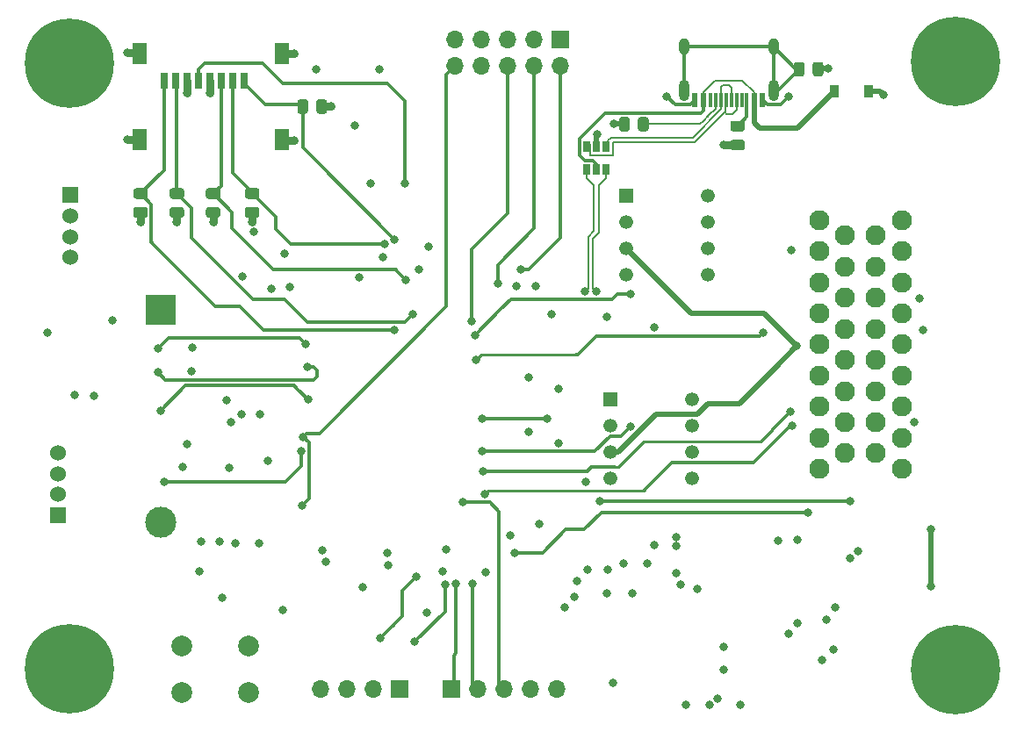
<source format=gbr>
%TF.GenerationSoftware,KiCad,Pcbnew,(5.1.12)-1*%
%TF.CreationDate,2022-03-21T20:12:08+01:00*%
%TF.ProjectId,TelemetryPrimePCB,54656c65-6d65-4747-9279-5072696d6550,rev?*%
%TF.SameCoordinates,Original*%
%TF.FileFunction,Copper,L4,Bot*%
%TF.FilePolarity,Positive*%
%FSLAX46Y46*%
G04 Gerber Fmt 4.6, Leading zero omitted, Abs format (unit mm)*
G04 Created by KiCad (PCBNEW (5.1.12)-1) date 2022-03-21 20:12:08*
%MOMM*%
%LPD*%
G01*
G04 APERTURE LIST*
%TA.AperFunction,ComponentPad*%
%ADD10O,1.700000X1.700000*%
%TD*%
%TA.AperFunction,ComponentPad*%
%ADD11R,1.700000X1.700000*%
%TD*%
%TA.AperFunction,SMDPad,CuDef*%
%ADD12R,0.650000X1.060000*%
%TD*%
%TA.AperFunction,ComponentPad*%
%ADD13O,1.000000X1.600000*%
%TD*%
%TA.AperFunction,ComponentPad*%
%ADD14O,1.000000X2.100000*%
%TD*%
%TA.AperFunction,SMDPad,CuDef*%
%ADD15R,0.300000X1.450000*%
%TD*%
%TA.AperFunction,SMDPad,CuDef*%
%ADD16R,0.600000X1.450000*%
%TD*%
%TA.AperFunction,SMDPad,CuDef*%
%ADD17R,0.900000X1.200000*%
%TD*%
%TA.AperFunction,ComponentPad*%
%ADD18C,3.000000*%
%TD*%
%TA.AperFunction,ComponentPad*%
%ADD19R,3.000000X3.000000*%
%TD*%
%TA.AperFunction,ComponentPad*%
%ADD20R,1.338000X1.338000*%
%TD*%
%TA.AperFunction,ComponentPad*%
%ADD21C,1.338000*%
%TD*%
%TA.AperFunction,ComponentPad*%
%ADD22C,2.000000*%
%TD*%
%TA.AperFunction,ComponentPad*%
%ADD23C,1.524000*%
%TD*%
%TA.AperFunction,ComponentPad*%
%ADD24R,1.524000X1.524000*%
%TD*%
%TA.AperFunction,ComponentPad*%
%ADD25C,0.900000*%
%TD*%
%TA.AperFunction,ComponentPad*%
%ADD26C,8.600000*%
%TD*%
%TA.AperFunction,SMDPad,CuDef*%
%ADD27R,1.450000X2.000000*%
%TD*%
%TA.AperFunction,SMDPad,CuDef*%
%ADD28R,0.800000X1.500000*%
%TD*%
%TA.AperFunction,ComponentPad*%
%ADD29C,1.950000*%
%TD*%
%TA.AperFunction,ViaPad*%
%ADD30C,0.800000*%
%TD*%
%TA.AperFunction,Conductor*%
%ADD31C,0.750000*%
%TD*%
%TA.AperFunction,Conductor*%
%ADD32C,0.500000*%
%TD*%
%TA.AperFunction,Conductor*%
%ADD33C,0.300000*%
%TD*%
%TA.AperFunction,Conductor*%
%ADD34C,0.250000*%
%TD*%
%TA.AperFunction,Conductor*%
%ADD35C,0.200000*%
%TD*%
G04 APERTURE END LIST*
D10*
%TO.P,J8,5*%
%TO.N,+3V3*%
X154160000Y-119600000D03*
%TO.P,J8,4*%
%TO.N,GND*%
X151620000Y-119600000D03*
%TO.P,J8,3*%
%TO.N,SPI_MISO*%
X149080000Y-119600000D03*
%TO.P,J8,2*%
%TO.N,SPI_MOSI*%
X146540000Y-119600000D03*
D11*
%TO.P,J8,1*%
%TO.N,SPI_SCK*%
X144000000Y-119600000D03*
%TD*%
D12*
%TO.P,U6,1*%
%TO.N,D+*%
X157000000Y-67350000D03*
%TO.P,U6,2*%
%TO.N,GND*%
X157950000Y-67350000D03*
%TO.P,U6,3*%
%TO.N,D-*%
X158900000Y-67350000D03*
%TO.P,U6,4*%
%TO.N,USB_OTG_D-*%
X158900000Y-69550000D03*
%TO.P,U6,6*%
%TO.N,USB_OTG_D+*%
X157000000Y-69550000D03*
%TO.P,U6,5*%
%TO.N,+5VD*%
X157950000Y-69550000D03*
%TD*%
%TO.P,R36,1*%
%TO.N,Net-(J7-PadS1)*%
%TA.AperFunction,SMDPad,CuDef*%
G36*
G01*
X176975000Y-60300001D02*
X176975000Y-59399999D01*
G75*
G02*
X177224999Y-59150000I249999J0D01*
G01*
X177750001Y-59150000D01*
G75*
G02*
X178000000Y-59399999I0J-249999D01*
G01*
X178000000Y-60300001D01*
G75*
G02*
X177750001Y-60550000I-249999J0D01*
G01*
X177224999Y-60550000D01*
G75*
G02*
X176975000Y-60300001I0J249999D01*
G01*
G37*
%TD.AperFunction*%
%TO.P,R36,2*%
%TO.N,GND*%
%TA.AperFunction,SMDPad,CuDef*%
G36*
G01*
X178800000Y-60300001D02*
X178800000Y-59399999D01*
G75*
G02*
X179049999Y-59150000I249999J0D01*
G01*
X179575001Y-59150000D01*
G75*
G02*
X179825000Y-59399999I0J-249999D01*
G01*
X179825000Y-60300001D01*
G75*
G02*
X179575001Y-60550000I-249999J0D01*
G01*
X179049999Y-60550000D01*
G75*
G02*
X178800000Y-60300001I0J249999D01*
G01*
G37*
%TD.AperFunction*%
%TD*%
%TO.P,R35,2*%
%TO.N,Net-(J7-PadB5)*%
%TA.AperFunction,SMDPad,CuDef*%
G36*
G01*
X172000001Y-65850000D02*
X171099999Y-65850000D01*
G75*
G02*
X170850000Y-65600001I0J249999D01*
G01*
X170850000Y-65074999D01*
G75*
G02*
X171099999Y-64825000I249999J0D01*
G01*
X172000001Y-64825000D01*
G75*
G02*
X172250000Y-65074999I0J-249999D01*
G01*
X172250000Y-65600001D01*
G75*
G02*
X172000001Y-65850000I-249999J0D01*
G01*
G37*
%TD.AperFunction*%
%TO.P,R35,1*%
%TO.N,GND*%
%TA.AperFunction,SMDPad,CuDef*%
G36*
G01*
X172000001Y-67675000D02*
X171099999Y-67675000D01*
G75*
G02*
X170850000Y-67425001I0J249999D01*
G01*
X170850000Y-66899999D01*
G75*
G02*
X171099999Y-66650000I249999J0D01*
G01*
X172000001Y-66650000D01*
G75*
G02*
X172250000Y-66899999I0J-249999D01*
G01*
X172250000Y-67425001D01*
G75*
G02*
X172000001Y-67675000I-249999J0D01*
G01*
G37*
%TD.AperFunction*%
%TD*%
%TO.P,R29,1*%
%TO.N,GND*%
%TA.AperFunction,SMDPad,CuDef*%
G36*
G01*
X160125000Y-65600001D02*
X160125000Y-64699999D01*
G75*
G02*
X160374999Y-64450000I249999J0D01*
G01*
X160900001Y-64450000D01*
G75*
G02*
X161150000Y-64699999I0J-249999D01*
G01*
X161150000Y-65600001D01*
G75*
G02*
X160900001Y-65850000I-249999J0D01*
G01*
X160374999Y-65850000D01*
G75*
G02*
X160125000Y-65600001I0J249999D01*
G01*
G37*
%TD.AperFunction*%
%TO.P,R29,2*%
%TO.N,Net-(J7-PadA5)*%
%TA.AperFunction,SMDPad,CuDef*%
G36*
G01*
X161950000Y-65600001D02*
X161950000Y-64699999D01*
G75*
G02*
X162199999Y-64450000I249999J0D01*
G01*
X162725001Y-64450000D01*
G75*
G02*
X162975000Y-64699999I0J-249999D01*
G01*
X162975000Y-65600001D01*
G75*
G02*
X162725001Y-65850000I-249999J0D01*
G01*
X162199999Y-65850000D01*
G75*
G02*
X161950000Y-65600001I0J249999D01*
G01*
G37*
%TD.AperFunction*%
%TD*%
D13*
%TO.P,J7,S1*%
%TO.N,Net-(J7-PadS1)*%
X175020000Y-57700000D03*
X166380000Y-57700000D03*
D14*
X166380000Y-61880000D03*
X175020000Y-61880000D03*
D15*
%TO.P,J7,A6*%
%TO.N,D+*%
X170450000Y-62795000D03*
%TO.P,J7,B5*%
%TO.N,Net-(J7-PadB5)*%
X172450000Y-62795000D03*
%TO.P,J7,A8*%
%TO.N,Net-(J7-PadA8)*%
X171950000Y-62795000D03*
%TO.P,J7,B6*%
%TO.N,D+*%
X171450000Y-62795000D03*
%TO.P,J7,A7*%
%TO.N,D-*%
X170950000Y-62795000D03*
%TO.P,J7,B7*%
X169950000Y-62795000D03*
%TO.P,J7,A5*%
%TO.N,Net-(J7-PadA5)*%
X169450000Y-62795000D03*
%TO.P,J7,B8*%
%TO.N,Net-(J7-PadB8)*%
X168950000Y-62795000D03*
D16*
%TO.P,J7,A12*%
%TO.N,GND*%
X173950000Y-62795000D03*
%TO.P,J7,B4*%
%TO.N,+5VD*%
X173150000Y-62795000D03*
%TO.P,J7,A4*%
X168250000Y-62795000D03*
%TO.P,J7,A1*%
%TO.N,GND*%
X167450000Y-62795000D03*
%TO.P,J7,B12*%
X167450000Y-62795000D03*
%TO.P,J7,B9*%
%TO.N,+5VD*%
X168250000Y-62795000D03*
%TO.P,J7,A9*%
X173150000Y-62795000D03*
%TO.P,J7,B1*%
%TO.N,GND*%
X173950000Y-62795000D03*
%TD*%
D17*
%TO.P,D5,1*%
%TO.N,Net-(D3-Pad1)*%
X184200000Y-61950000D03*
%TO.P,D5,2*%
%TO.N,+5VD*%
X180900000Y-61950000D03*
%TD*%
D18*
%TO.P,BT1,2*%
%TO.N,GND*%
X115950000Y-103590000D03*
D19*
%TO.P,BT1,1*%
%TO.N,VBAT*%
X115950000Y-83100000D03*
%TD*%
D20*
%TO.P,U4,1*%
%TO.N,CAN1_TX*%
X160813000Y-72090000D03*
D21*
%TO.P,U4,2*%
%TO.N,GND*%
X160813000Y-74630000D03*
%TO.P,U4,3*%
%TO.N,+5V*%
X160813000Y-77170000D03*
%TO.P,U4,4*%
%TO.N,CAN1_RX*%
X160813000Y-79710000D03*
%TO.P,U4,5*%
%TO.N,Net-(U4-Pad5)*%
X168687000Y-79710000D03*
%TO.P,U4,6*%
%TO.N,CAN1_L*%
X168687000Y-77170000D03*
%TO.P,U4,7*%
%TO.N,CAN1_H*%
X168687000Y-74630000D03*
%TO.P,U4,8*%
%TO.N,GND*%
X168687000Y-72090000D03*
%TD*%
D11*
%TO.P,J5,1*%
%TO.N,UART7_TX*%
X139000000Y-119600000D03*
D10*
%TO.P,J5,2*%
%TO.N,UART7_RX*%
X136460000Y-119600000D03*
%TO.P,J5,3*%
%TO.N,GND*%
X133920000Y-119600000D03*
%TO.P,J5,4*%
%TO.N,+3V3*%
X131380000Y-119600000D03*
%TD*%
D11*
%TO.P,J2,1*%
%TO.N,5V_STLink*%
X154500000Y-57000000D03*
D10*
%TO.P,J2,2*%
%TO.N,SWDIO*%
X154500000Y-59540000D03*
%TO.P,J2,3*%
%TO.N,GND*%
X151960000Y-57000000D03*
%TO.P,J2,4*%
%TO.N,SWCLK*%
X151960000Y-59540000D03*
%TO.P,J2,5*%
%TO.N,GND*%
X149420000Y-57000000D03*
%TO.P,J2,6*%
%TO.N,SWO*%
X149420000Y-59540000D03*
%TO.P,J2,7*%
%TO.N,Net-(J2-Pad7)*%
X146880000Y-57000000D03*
%TO.P,J2,8*%
%TO.N,Net-(J2-Pad8)*%
X146880000Y-59540000D03*
%TO.P,J2,9*%
%TO.N,GND*%
X144340000Y-57000000D03*
%TO.P,J2,10*%
%TO.N,NRST*%
X144340000Y-59540000D03*
%TD*%
%TO.P,R25,1*%
%TO.N,SDMMC_D2*%
%TA.AperFunction,SMDPad,CuDef*%
G36*
G01*
X129125000Y-63900001D02*
X129125000Y-62999999D01*
G75*
G02*
X129374999Y-62750000I249999J0D01*
G01*
X129900001Y-62750000D01*
G75*
G02*
X130150000Y-62999999I0J-249999D01*
G01*
X130150000Y-63900001D01*
G75*
G02*
X129900001Y-64150000I-249999J0D01*
G01*
X129374999Y-64150000D01*
G75*
G02*
X129125000Y-63900001I0J249999D01*
G01*
G37*
%TD.AperFunction*%
%TO.P,R25,2*%
%TO.N,+3V3*%
%TA.AperFunction,SMDPad,CuDef*%
G36*
G01*
X130950000Y-63900001D02*
X130950000Y-62999999D01*
G75*
G02*
X131199999Y-62750000I249999J0D01*
G01*
X131725001Y-62750000D01*
G75*
G02*
X131975000Y-62999999I0J-249999D01*
G01*
X131975000Y-63900001D01*
G75*
G02*
X131725001Y-64150000I-249999J0D01*
G01*
X131199999Y-64150000D01*
G75*
G02*
X130950000Y-63900001I0J249999D01*
G01*
G37*
%TD.AperFunction*%
%TD*%
%TO.P,R24,1*%
%TO.N,+3V3*%
%TA.AperFunction,SMDPad,CuDef*%
G36*
G01*
X121450001Y-74175000D02*
X120549999Y-74175000D01*
G75*
G02*
X120300000Y-73925001I0J249999D01*
G01*
X120300000Y-73399999D01*
G75*
G02*
X120549999Y-73150000I249999J0D01*
G01*
X121450001Y-73150000D01*
G75*
G02*
X121700000Y-73399999I0J-249999D01*
G01*
X121700000Y-73925001D01*
G75*
G02*
X121450001Y-74175000I-249999J0D01*
G01*
G37*
%TD.AperFunction*%
%TO.P,R24,2*%
%TO.N,SDMMC_CMD*%
%TA.AperFunction,SMDPad,CuDef*%
G36*
G01*
X121450001Y-72350000D02*
X120549999Y-72350000D01*
G75*
G02*
X120300000Y-72100001I0J249999D01*
G01*
X120300000Y-71574999D01*
G75*
G02*
X120549999Y-71325000I249999J0D01*
G01*
X121450001Y-71325000D01*
G75*
G02*
X121700000Y-71574999I0J-249999D01*
G01*
X121700000Y-72100001D01*
G75*
G02*
X121450001Y-72350000I-249999J0D01*
G01*
G37*
%TD.AperFunction*%
%TD*%
%TO.P,R23,2*%
%TO.N,SDMMC_D3*%
%TA.AperFunction,SMDPad,CuDef*%
G36*
G01*
X125200001Y-72350000D02*
X124299999Y-72350000D01*
G75*
G02*
X124050000Y-72100001I0J249999D01*
G01*
X124050000Y-71574999D01*
G75*
G02*
X124299999Y-71325000I249999J0D01*
G01*
X125200001Y-71325000D01*
G75*
G02*
X125450000Y-71574999I0J-249999D01*
G01*
X125450000Y-72100001D01*
G75*
G02*
X125200001Y-72350000I-249999J0D01*
G01*
G37*
%TD.AperFunction*%
%TO.P,R23,1*%
%TO.N,+3V3*%
%TA.AperFunction,SMDPad,CuDef*%
G36*
G01*
X125200001Y-74175000D02*
X124299999Y-74175000D01*
G75*
G02*
X124050000Y-73925001I0J249999D01*
G01*
X124050000Y-73399999D01*
G75*
G02*
X124299999Y-73150000I249999J0D01*
G01*
X125200001Y-73150000D01*
G75*
G02*
X125450000Y-73399999I0J-249999D01*
G01*
X125450000Y-73925001D01*
G75*
G02*
X125200001Y-74175000I-249999J0D01*
G01*
G37*
%TD.AperFunction*%
%TD*%
D22*
%TO.P,SW1,1*%
%TO.N,NRST*%
X124450000Y-115500000D03*
%TO.P,SW1,2*%
%TO.N,GND*%
X124450000Y-120000000D03*
%TO.P,SW1,1*%
%TO.N,NRST*%
X117950000Y-115500000D03*
%TO.P,SW1,2*%
%TO.N,GND*%
X117950000Y-120000000D03*
%TD*%
D23*
%TO.P,J4,4*%
%TO.N,USART1_RX*%
X106050000Y-96850000D03*
%TO.P,J4,3*%
%TO.N,USART1_TX*%
X106050000Y-98850000D03*
%TO.P,J4,2*%
%TO.N,+3V3*%
X106050000Y-100850000D03*
D24*
%TO.P,J4,1*%
%TO.N,GND*%
X106050000Y-102850000D03*
%TD*%
%TO.P,J3,1*%
%TO.N,GND*%
X107200000Y-72000000D03*
D23*
%TO.P,J3,2*%
%TO.N,+3V3*%
X107200000Y-74000000D03*
%TO.P,J3,3*%
%TO.N,I2C2_SDA*%
X107200000Y-76000000D03*
%TO.P,J3,4*%
%TO.N,I2C2_CLK*%
X107200000Y-78000000D03*
%TD*%
D25*
%TO.P,H1,1*%
%TO.N,GND*%
X109380419Y-115419581D03*
X107100000Y-114475000D03*
X104819581Y-115419581D03*
X103875000Y-117700000D03*
X104819581Y-119980419D03*
X107100000Y-120925000D03*
X109380419Y-119980419D03*
X110325000Y-117700000D03*
D26*
X107100000Y-117700000D03*
%TD*%
D25*
%TO.P,H2,1*%
%TO.N,GND*%
X194830419Y-115519581D03*
X192550000Y-114575000D03*
X190269581Y-115519581D03*
X189325000Y-117800000D03*
X190269581Y-120080419D03*
X192550000Y-121025000D03*
X194830419Y-120080419D03*
X195775000Y-117800000D03*
D26*
X192550000Y-117800000D03*
%TD*%
D25*
%TO.P,H3,1*%
%TO.N,GND*%
X194830419Y-56819581D03*
X192550000Y-55875000D03*
X190269581Y-56819581D03*
X189325000Y-59100000D03*
X190269581Y-61380419D03*
X192550000Y-62325000D03*
X194830419Y-61380419D03*
X195775000Y-59100000D03*
D26*
X192550000Y-59100000D03*
%TD*%
D25*
%TO.P,H4,1*%
%TO.N,GND*%
X109380419Y-57019581D03*
X107100000Y-56075000D03*
X104819581Y-57019581D03*
X103875000Y-59300000D03*
X104819581Y-61580419D03*
X107100000Y-62525000D03*
X109380419Y-61580419D03*
X110325000Y-59300000D03*
D26*
X107100000Y-59300000D03*
%TD*%
%TO.P,R26,1*%
%TO.N,SDMMC_D1*%
%TA.AperFunction,SMDPad,CuDef*%
G36*
G01*
X113549999Y-71325000D02*
X114450001Y-71325000D01*
G75*
G02*
X114700000Y-71574999I0J-249999D01*
G01*
X114700000Y-72100001D01*
G75*
G02*
X114450001Y-72350000I-249999J0D01*
G01*
X113549999Y-72350000D01*
G75*
G02*
X113300000Y-72100001I0J249999D01*
G01*
X113300000Y-71574999D01*
G75*
G02*
X113549999Y-71325000I249999J0D01*
G01*
G37*
%TD.AperFunction*%
%TO.P,R26,2*%
%TO.N,+3V3*%
%TA.AperFunction,SMDPad,CuDef*%
G36*
G01*
X113549999Y-73150000D02*
X114450001Y-73150000D01*
G75*
G02*
X114700000Y-73399999I0J-249999D01*
G01*
X114700000Y-73925001D01*
G75*
G02*
X114450001Y-74175000I-249999J0D01*
G01*
X113549999Y-74175000D01*
G75*
G02*
X113300000Y-73925001I0J249999D01*
G01*
X113300000Y-73399999D01*
G75*
G02*
X113549999Y-73150000I249999J0D01*
G01*
G37*
%TD.AperFunction*%
%TD*%
D27*
%TO.P,J6,9*%
%TO.N,GND*%
X113875000Y-58350000D03*
X127625000Y-58350000D03*
X127625000Y-66650000D03*
X113875000Y-66650000D03*
D28*
%TO.P,J6,8*%
%TO.N,SDMMC_D1*%
X116250000Y-60950000D03*
%TO.P,J6,7*%
%TO.N,SDMMC_D0*%
X117350000Y-60950000D03*
%TO.P,J6,6*%
%TO.N,GND*%
X118450000Y-60950000D03*
%TO.P,J6,5*%
%TO.N,SDMMC_CK*%
X119550000Y-60950000D03*
%TO.P,J6,4*%
%TO.N,+3V3*%
X120650000Y-60950000D03*
%TO.P,J6,3*%
%TO.N,SDMMC_CMD*%
X121750000Y-60950000D03*
%TO.P,J6,2*%
%TO.N,SDMMC_D3*%
X122850000Y-60950000D03*
%TO.P,J6,1*%
%TO.N,SDMMC_D2*%
X123950000Y-60950000D03*
%TD*%
%TO.P,R27,2*%
%TO.N,SDMMC_D0*%
%TA.AperFunction,SMDPad,CuDef*%
G36*
G01*
X117950001Y-72350000D02*
X117049999Y-72350000D01*
G75*
G02*
X116800000Y-72100001I0J249999D01*
G01*
X116800000Y-71574999D01*
G75*
G02*
X117049999Y-71325000I249999J0D01*
G01*
X117950001Y-71325000D01*
G75*
G02*
X118200000Y-71574999I0J-249999D01*
G01*
X118200000Y-72100001D01*
G75*
G02*
X117950001Y-72350000I-249999J0D01*
G01*
G37*
%TD.AperFunction*%
%TO.P,R27,1*%
%TO.N,+3V3*%
%TA.AperFunction,SMDPad,CuDef*%
G36*
G01*
X117950001Y-74175000D02*
X117049999Y-74175000D01*
G75*
G02*
X116800000Y-73925001I0J249999D01*
G01*
X116800000Y-73399999D01*
G75*
G02*
X117049999Y-73150000I249999J0D01*
G01*
X117950001Y-73150000D01*
G75*
G02*
X118200000Y-73399999I0J-249999D01*
G01*
X118200000Y-73925001D01*
G75*
G02*
X117950001Y-74175000I-249999J0D01*
G01*
G37*
%TD.AperFunction*%
%TD*%
D21*
%TO.P,U5,8*%
%TO.N,GND*%
X167187000Y-91690000D03*
%TO.P,U5,7*%
%TO.N,CAN2_H*%
X167187000Y-94230000D03*
%TO.P,U5,6*%
%TO.N,CAN2_L*%
X167187000Y-96770000D03*
%TO.P,U5,5*%
%TO.N,Net-(U5-Pad5)*%
X167187000Y-99310000D03*
%TO.P,U5,4*%
%TO.N,CAN2_RX*%
X159313000Y-99310000D03*
%TO.P,U5,3*%
%TO.N,+5V*%
X159313000Y-96770000D03*
%TO.P,U5,2*%
%TO.N,GND*%
X159313000Y-94230000D03*
D20*
%TO.P,U5,1*%
%TO.N,CAN2_TX*%
X159313000Y-91690000D03*
%TD*%
D29*
%TO.P,J1,34*%
%TO.N,I2C1_SDA*%
X187400000Y-74400000D03*
%TO.P,J1,33*%
%TO.N,Net-(J1-Pad33)*%
X187400000Y-77400000D03*
%TO.P,J1,32*%
%TO.N,Net-(J1-Pad32)*%
X187400000Y-80400000D03*
%TO.P,J1,31*%
%TO.N,Net-(J1-Pad31)*%
X187400000Y-83400000D03*
%TO.P,J1,30*%
%TO.N,Net-(J1-Pad30)*%
X187400000Y-86400000D03*
%TO.P,J1,29*%
%TO.N,USART2_TX*%
X187400000Y-89400000D03*
%TO.P,J1,28*%
%TO.N,USART2_RX*%
X187400000Y-92400000D03*
%TO.P,J1,27*%
%TO.N,CAN2_L*%
X187400000Y-95400000D03*
%TO.P,J1,26*%
%TO.N,+12V*%
X187400000Y-98400000D03*
%TO.P,J1,25*%
%TO.N,GND*%
X184900000Y-75900000D03*
%TO.P,J1,24*%
%TO.N,CAN1_L*%
X184900000Y-78900000D03*
%TO.P,J1,23*%
%TO.N,+3V3*%
X184900000Y-81900000D03*
%TO.P,J1,22*%
%TO.N,I2C3_SDA*%
X184900000Y-84900000D03*
%TO.P,J1,21*%
%TO.N,+8V*%
X184900000Y-87900000D03*
%TO.P,J1,20*%
%TO.N,ADC4*%
X184900000Y-90900000D03*
%TO.P,J1,19*%
%TO.N,GND*%
X184900000Y-93900000D03*
%TO.P,J1,18*%
%TO.N,VSS2*%
X184900000Y-96900000D03*
%TO.P,J1,17*%
%TO.N,I2C1_CLK*%
X181900000Y-75900000D03*
%TO.P,J1,16*%
%TO.N,GND*%
X181900000Y-78900000D03*
%TO.P,J1,15*%
%TO.N,I2C3_CLK*%
X181900000Y-81900000D03*
%TO.P,J1,14*%
%TO.N,GND*%
X181900000Y-84900000D03*
%TO.P,J1,13*%
%TO.N,ADC3*%
X181900000Y-87900000D03*
%TO.P,J1,12*%
%TO.N,GND*%
X181900000Y-90900000D03*
%TO.P,J1,11*%
%TO.N,ADC2*%
X181900000Y-93900000D03*
%TO.P,J1,10*%
%TO.N,I2C4_CLK*%
X181900000Y-96900000D03*
%TO.P,J1,9*%
%TO.N,CAN1_H*%
X179400000Y-74400000D03*
%TO.P,J1,8*%
%TO.N,GND*%
X179400000Y-77400000D03*
%TO.P,J1,7*%
%TO.N,ADC5*%
X179400000Y-80400000D03*
%TO.P,J1,6*%
%TO.N,ADC6*%
X179400000Y-83400000D03*
%TO.P,J1,5*%
%TO.N,+5V*%
X179400000Y-86400000D03*
%TO.P,J1,4*%
%TO.N,VSS1*%
X179400000Y-89400000D03*
%TO.P,J1,3*%
%TO.N,ADC1*%
X179400000Y-92400000D03*
%TO.P,J1,2*%
%TO.N,CAN2_H*%
X179400000Y-95400000D03*
%TO.P,J1,1*%
%TO.N,I2C4_SDA*%
X179400000Y-98400000D03*
%TD*%
D30*
%TO.N,GND*%
X189400000Y-85000000D03*
X153600000Y-83500000D03*
X170250000Y-67100000D03*
X176500000Y-62500000D03*
X164750000Y-62500000D03*
X158000000Y-66150000D03*
X159650000Y-65100000D03*
X180250000Y-59800000D03*
X118500000Y-96000000D03*
X122700000Y-93900000D03*
X169650000Y-120600000D03*
X188550000Y-93900000D03*
X127750000Y-112050000D03*
X137350000Y-77950000D03*
X162850000Y-107550000D03*
X155850000Y-110750000D03*
X157050000Y-108150000D03*
X119700000Y-108300000D03*
X176450000Y-114300000D03*
X180100000Y-112950000D03*
X175500000Y-105300000D03*
X183200000Y-106300000D03*
X166550000Y-121150000D03*
X170250000Y-115600000D03*
X122550000Y-98300000D03*
X118100000Y-98250000D03*
X123700000Y-93150000D03*
X118900000Y-89000000D03*
X119000000Y-86700000D03*
X154300000Y-95900000D03*
X156950000Y-99650000D03*
X141800000Y-77000000D03*
X127850000Y-77650000D03*
X123800000Y-79850000D03*
X112700000Y-66600000D03*
X112700000Y-58250000D03*
X128800000Y-58300000D03*
X128800000Y-66700000D03*
X130950000Y-59850000D03*
X154300000Y-90650000D03*
X122250000Y-91750000D03*
X170250000Y-117800000D03*
X118500000Y-62150000D03*
X152100000Y-80800000D03*
X167650000Y-110000000D03*
X152450000Y-103700000D03*
X147300000Y-108350000D03*
X143150000Y-108300000D03*
X137900000Y-107700000D03*
X131850000Y-107400000D03*
X123100000Y-105550000D03*
X125450000Y-105550000D03*
X107650000Y-91250000D03*
X168850000Y-121150000D03*
X171850000Y-121200000D03*
X159550000Y-119050000D03*
X177350000Y-113250000D03*
X181000000Y-111800000D03*
X180800000Y-115800000D03*
X182400000Y-107050000D03*
X177300000Y-105250000D03*
X154900000Y-111800000D03*
X156100000Y-109250000D03*
X160600000Y-107500000D03*
X176700000Y-77300000D03*
X179700000Y-116800000D03*
%TO.N,+3V3*%
X163500000Y-84750000D03*
X125550000Y-93150000D03*
X189100000Y-81950000D03*
X137050000Y-59850000D03*
X165600000Y-108450000D03*
X158950000Y-110400000D03*
X161450000Y-110400000D03*
X166100000Y-109550000D03*
X120700000Y-62150000D03*
X143500000Y-106200000D03*
X149600000Y-104850000D03*
X119850000Y-105400000D03*
X121650000Y-105400000D03*
X109500000Y-91350000D03*
X105050000Y-85250000D03*
X111250000Y-84050000D03*
X114000000Y-74600000D03*
X117500000Y-74600000D03*
X121050000Y-74600000D03*
X124750000Y-74600000D03*
X124950000Y-75550000D03*
X132400000Y-63450000D03*
X134650000Y-65300000D03*
X136150000Y-70900000D03*
X135450000Y-109850000D03*
X121900000Y-110800000D03*
X159000000Y-108100000D03*
X163550000Y-105750000D03*
X165650000Y-105800000D03*
X165650000Y-104950000D03*
X135050000Y-79950000D03*
X140800000Y-79200000D03*
X150200000Y-80800000D03*
X128350000Y-80850000D03*
X126650000Y-81050000D03*
X151450000Y-89550000D03*
X158950000Y-83700000D03*
X151400000Y-94850000D03*
X137800000Y-106550000D03*
X131500000Y-106250000D03*
X141600000Y-112250000D03*
X126250000Y-97600000D03*
%TO.N,USART1_RX*%
X130150000Y-91700000D03*
X115900000Y-92800000D03*
%TO.N,USART1_TX*%
X116250000Y-99650000D03*
X129500000Y-96650000D03*
%TO.N,SDMMC_D1*%
X138500000Y-85000000D03*
%TO.N,SDMMC_D0*%
X140250000Y-83500000D03*
%TO.N,SDMMC_CK*%
X139450000Y-70850000D03*
%TO.N,SDMMC_CMD*%
X139550000Y-80150000D03*
%TO.N,SDMMC_D3*%
X137500000Y-76750000D03*
%TO.N,SDMMC_D2*%
X138500000Y-76250000D03*
%TO.N,NRST*%
X129700000Y-95300000D03*
X129600000Y-101950000D03*
%TO.N,I2C2_CLK*%
X115650000Y-89100000D03*
X130055331Y-88555331D03*
%TO.N,I2C2_SDA*%
X115700000Y-86750000D03*
X129950000Y-86350000D03*
%TO.N,ADC3*%
X146900000Y-93550000D03*
X153200000Y-93550000D03*
%TO.N,ADC4*%
X146900000Y-96700000D03*
X161200000Y-94350000D03*
%TO.N,ADC1*%
X147050000Y-98600000D03*
X176650000Y-92900000D03*
%TO.N,ADC2*%
X147200000Y-100800000D03*
X176800000Y-94250000D03*
%TO.N,USART2_TX*%
X150100000Y-106500000D03*
X178304992Y-102575010D03*
%TO.N,USART2_RX*%
X158250000Y-101500000D03*
X182400000Y-101500000D03*
%TO.N,USB_OTG_D-*%
X157925000Y-81300000D03*
%TO.N,USB_OTG_D+*%
X156875000Y-81300000D03*
%TO.N,SWDIO*%
X150689998Y-79200000D03*
%TO.N,SWCLK*%
X148450000Y-80500000D03*
%TO.N,SWO*%
X145950000Y-84200000D03*
%TO.N,+5V*%
X177250000Y-86550000D03*
%TO.N,SPI_SCK*%
X144400000Y-109500000D03*
%TO.N,SPI_MISO*%
X145100000Y-101600000D03*
%TO.N,SPI_MOSI*%
X146000000Y-109450000D03*
%TO.N,+8V*%
X190200000Y-109750000D03*
X190200000Y-104200000D03*
%TO.N,Net-(D3-Pad1)*%
X185650000Y-62350000D03*
%TO.N,UART7_RX*%
X140600000Y-108800000D03*
X137100000Y-114750000D03*
%TO.N,UART7_TX*%
X143350000Y-109600000D03*
X140450000Y-115100000D03*
%TO.N,ADC5*%
X146250000Y-85500000D03*
X161250000Y-81500000D03*
%TO.N,ADC6*%
X146304000Y-87884000D03*
X174000000Y-85250000D03*
%TD*%
D31*
%TO.N,GND*%
X113825000Y-66600000D02*
X113875000Y-66650000D01*
X112700000Y-66600000D02*
X113825000Y-66600000D01*
X113775000Y-58250000D02*
X113875000Y-58350000D01*
X112700000Y-58250000D02*
X113775000Y-58250000D01*
X127675000Y-58300000D02*
X127625000Y-58350000D01*
X128800000Y-58300000D02*
X127675000Y-58300000D01*
X127675000Y-66700000D02*
X127625000Y-66650000D01*
X128800000Y-66700000D02*
X127675000Y-66700000D01*
X118500000Y-61000000D02*
X118450000Y-60950000D01*
X118500000Y-62150000D02*
X118500000Y-61000000D01*
D32*
X180250000Y-59800000D02*
X179362500Y-59800000D01*
X160587500Y-65100000D02*
X160637500Y-65150000D01*
X159650000Y-65100000D02*
X160587500Y-65100000D01*
X157950000Y-66200000D02*
X158000000Y-66150000D01*
X157950000Y-67350000D02*
X157950000Y-66200000D01*
D33*
X166964990Y-63280010D02*
X167450000Y-62795000D01*
X165530010Y-63280010D02*
X166964990Y-63280010D01*
X164750000Y-62500000D02*
X165530010Y-63280010D01*
X174435010Y-63280010D02*
X173950000Y-62795000D01*
X175719990Y-63280010D02*
X174435010Y-63280010D01*
X176500000Y-62500000D02*
X175719990Y-63280010D01*
D31*
X171487500Y-67100000D02*
X171550000Y-67162500D01*
X170250000Y-67100000D02*
X171487500Y-67100000D01*
%TO.N,+3V3*%
X114000000Y-74600000D02*
X114000000Y-73662500D01*
X117500000Y-74600000D02*
X117500000Y-73662500D01*
X121050000Y-73712500D02*
X121000000Y-73662500D01*
X121050000Y-74600000D02*
X121050000Y-73712500D01*
X124750000Y-74600000D02*
X124750000Y-73662500D01*
X132400000Y-63450000D02*
X131462500Y-63450000D01*
X120700000Y-61000000D02*
X120650000Y-60950000D01*
X120700000Y-62150000D02*
X120700000Y-61000000D01*
D33*
%TO.N,USART1_RX*%
X129100001Y-90650001D02*
X130150000Y-91700000D01*
X128800010Y-90350010D02*
X129100001Y-90650001D01*
X115900000Y-92800000D02*
X118349990Y-90350010D01*
X118649990Y-90350010D02*
X128800010Y-90350010D01*
X118349990Y-90350010D02*
X118649990Y-90350010D01*
%TO.N,USART1_TX*%
X116250000Y-99650000D02*
X126650000Y-99650000D01*
X126650000Y-99650000D02*
X126850000Y-99650000D01*
X126650000Y-99650000D02*
X127300000Y-99650000D01*
X127300000Y-99650000D02*
X127500000Y-99650000D01*
X127500000Y-99650000D02*
X127950000Y-99650000D01*
X127950000Y-99650000D02*
X129500000Y-98100000D01*
X129500000Y-98100000D02*
X129500000Y-96650000D01*
%TO.N,SDMMC_D1*%
X116250000Y-69587500D02*
X116250000Y-60950000D01*
X114000000Y-71837500D02*
X116250000Y-69587500D01*
X115050010Y-76550010D02*
X115075000Y-76575000D01*
X115050010Y-72887510D02*
X115050010Y-76550010D01*
X114000000Y-71837500D02*
X115050010Y-72887510D01*
X138500000Y-85000000D02*
X125850000Y-85000000D01*
X121150000Y-82700000D02*
X123550000Y-82700000D01*
X118650000Y-80200000D02*
X121150000Y-82700000D01*
X118650000Y-80150000D02*
X118650000Y-80200000D01*
X115050010Y-76550010D02*
X118650000Y-80150000D01*
X123550000Y-82700000D02*
X125850000Y-85000000D01*
%TO.N,SDMMC_D0*%
X117500000Y-61100000D02*
X117350000Y-60950000D01*
X117500000Y-71837500D02*
X117500000Y-61100000D01*
X139500000Y-84250000D02*
X140250000Y-83500000D01*
X127850000Y-82050000D02*
X130050000Y-84250000D01*
X130050000Y-84250000D02*
X139500000Y-84250000D01*
X118900000Y-76150000D02*
X124800000Y-82050000D01*
X124800000Y-82050000D02*
X127850000Y-82050000D01*
X118900000Y-73237500D02*
X118900000Y-76150000D01*
X117500000Y-71837500D02*
X118900000Y-73237500D01*
%TO.N,SDMMC_CK*%
X119550000Y-59900000D02*
X119550000Y-60950000D01*
X120200000Y-59250000D02*
X119550000Y-59900000D01*
X125750000Y-59250000D02*
X120200000Y-59250000D01*
X127750000Y-61250000D02*
X125750000Y-59250000D01*
X137750000Y-61250000D02*
X127750000Y-61250000D01*
X139450000Y-62950000D02*
X139275000Y-62775000D01*
X139450000Y-70850000D02*
X139450000Y-62950000D01*
X139275000Y-62775000D02*
X137750000Y-61250000D01*
%TO.N,SDMMC_CMD*%
X121750000Y-71087500D02*
X121750000Y-60950000D01*
X121000000Y-71837500D02*
X121750000Y-71087500D01*
X138600000Y-79200000D02*
X138650000Y-79250000D01*
X126800000Y-79200000D02*
X138600000Y-79200000D01*
X122800000Y-75200000D02*
X126800000Y-79200000D01*
X122800000Y-73637500D02*
X122800000Y-75200000D01*
X121000000Y-71837500D02*
X122800000Y-73637500D01*
X139550000Y-80150000D02*
X138650000Y-79250000D01*
%TO.N,SDMMC_D3*%
X127000000Y-74087500D02*
X124750000Y-71837500D01*
X127000000Y-75250000D02*
X127000000Y-74087500D01*
X128500000Y-76750000D02*
X127000000Y-75250000D01*
X137500000Y-76750000D02*
X128500000Y-76750000D01*
X124750000Y-71837500D02*
X124750000Y-71750000D01*
X122850000Y-69850000D02*
X122850000Y-60950000D01*
X124750000Y-71750000D02*
X122850000Y-69850000D01*
%TO.N,SDMMC_D2*%
X129437500Y-63250000D02*
X129637500Y-63450000D01*
X138500000Y-76250000D02*
X130837500Y-68587500D01*
X129637500Y-67387500D02*
X130837500Y-68587500D01*
X129637500Y-63450000D02*
X129637500Y-67387500D01*
X123950000Y-60950000D02*
X123950000Y-61200000D01*
X126000000Y-63250000D02*
X128850000Y-63250000D01*
X123950000Y-61200000D02*
X126000000Y-63250000D01*
X128850000Y-63250000D02*
X129437500Y-63250000D01*
X128250000Y-63250000D02*
X128850000Y-63250000D01*
%TO.N,NRST*%
X130250000Y-101300000D02*
X129600000Y-101950000D01*
X130250000Y-95850000D02*
X130250000Y-101300000D01*
X129700000Y-95300000D02*
X130250000Y-95850000D01*
X143500000Y-82750000D02*
X143500000Y-60380000D01*
X143500000Y-60380000D02*
X144340000Y-59540000D01*
X131250000Y-95000000D02*
X143500000Y-82750000D01*
X130000000Y-95000000D02*
X131250000Y-95000000D01*
X129700000Y-95300000D02*
X130000000Y-95000000D01*
%TO.N,I2C2_CLK*%
X116400000Y-89850000D02*
X115650000Y-89100000D01*
X131000000Y-89500000D02*
X130650000Y-89850000D01*
X130650000Y-89850000D02*
X116400000Y-89850000D01*
X131000000Y-88860662D02*
X131000000Y-89500000D01*
X130694669Y-88555331D02*
X131000000Y-88860662D01*
X130055331Y-88555331D02*
X130694669Y-88555331D01*
%TO.N,I2C2_SDA*%
X115800000Y-86650000D02*
X115700000Y-86750000D01*
X115700000Y-86750000D02*
X116700000Y-85750000D01*
X116700000Y-85750000D02*
X129100000Y-85750000D01*
X129350000Y-85750000D02*
X129950000Y-86350000D01*
X129100000Y-85750000D02*
X129350000Y-85750000D01*
%TO.N,ADC3*%
X146900000Y-93550000D02*
X153200000Y-93550000D01*
X153200000Y-93550000D02*
X153200000Y-93550000D01*
%TO.N,ADC4*%
X160990999Y-94559001D02*
X161200000Y-94350000D01*
X146900000Y-96700000D02*
X157800000Y-96700000D01*
X160300999Y-95249001D02*
X161200000Y-94350000D01*
X159250999Y-95249001D02*
X160300999Y-95249001D01*
X157800000Y-96700000D02*
X159250999Y-95249001D01*
%TO.N,ADC1*%
X174990999Y-94559001D02*
X176650000Y-92900000D01*
X147050000Y-98600000D02*
X157100000Y-98600000D01*
X157100000Y-98600000D02*
X157450000Y-98250000D01*
D34*
X174990999Y-94559001D02*
X173800000Y-95750000D01*
X173800000Y-95750000D02*
X162550000Y-95750000D01*
X160050000Y-98250000D02*
X159750000Y-98250000D01*
X162550000Y-95750000D02*
X160050000Y-98250000D01*
D33*
X157450000Y-98250000D02*
X159750000Y-98250000D01*
%TO.N,ADC2*%
X176650000Y-94250000D02*
X176800000Y-94250000D01*
X173110999Y-97789001D02*
X176650000Y-94250000D01*
X165210999Y-97789001D02*
X173110999Y-97789001D01*
X162599999Y-100400001D02*
X165210999Y-97789001D01*
D34*
X162599999Y-100400001D02*
X162599999Y-100500001D01*
X147499999Y-100500001D02*
X147200000Y-100800000D01*
X162599999Y-100500001D02*
X147499999Y-100500001D01*
D33*
%TO.N,USART2_TX*%
X155000000Y-104250000D02*
X156750000Y-104250000D01*
X152750000Y-106500000D02*
X155000000Y-104250000D01*
X150100000Y-106500000D02*
X152750000Y-106500000D01*
X156750000Y-104250000D02*
X158424990Y-102575010D01*
X158424990Y-102575010D02*
X178304992Y-102575010D01*
%TO.N,USART2_RX*%
X158250000Y-101500000D02*
X182400000Y-101500000D01*
D35*
%TO.N,USB_OTG_D-*%
X158900000Y-70345001D02*
X158900000Y-69550000D01*
X158175000Y-71070001D02*
X158900000Y-70345001D01*
X157625000Y-81000000D02*
X157625000Y-76193200D01*
X157925000Y-81300000D02*
X157625000Y-81000000D01*
X158175000Y-75643200D02*
X158175000Y-71070001D01*
X157625000Y-76193200D02*
X158175000Y-75643200D01*
%TO.N,USB_OTG_D+*%
X157000000Y-70345001D02*
X157000000Y-69550000D01*
X157725000Y-71070001D02*
X157000000Y-70345001D01*
X157175000Y-81000000D02*
X157175000Y-76006800D01*
X156875000Y-81300000D02*
X157175000Y-81000000D01*
X157725000Y-75456800D02*
X157725000Y-71070001D01*
X157175000Y-76006800D02*
X157725000Y-75456800D01*
D33*
%TO.N,SWDIO*%
X151400000Y-79200000D02*
X154500000Y-76100000D01*
X150689998Y-79200000D02*
X151400000Y-79200000D01*
X154500000Y-59540000D02*
X154500000Y-76100000D01*
%TO.N,SWCLK*%
X151960000Y-72310000D02*
X151960000Y-59540000D01*
X148450000Y-78700000D02*
X151960000Y-75190000D01*
X148450000Y-80500000D02*
X148450000Y-78700000D01*
X151960000Y-74640000D02*
X151960000Y-72310000D01*
X151960000Y-75190000D02*
X151960000Y-74640000D01*
%TO.N,SWO*%
X149420000Y-69830000D02*
X149420000Y-59540000D01*
X145950000Y-84200000D02*
X145950000Y-77200000D01*
X149420000Y-73730000D02*
X149420000Y-69830000D01*
X145950000Y-77200000D02*
X149420000Y-73730000D01*
D32*
%TO.N,+5V*%
X175000000Y-88800000D02*
X177250000Y-86550000D01*
X167639001Y-93110999D02*
X163697003Y-93110999D01*
X163697003Y-93110999D02*
X160038002Y-96770000D01*
X168650000Y-92100000D02*
X167639001Y-93110999D01*
X159313000Y-96770000D02*
X160038002Y-96770000D01*
X171700000Y-92100000D02*
X175000000Y-88800000D01*
X168650000Y-92100000D02*
X171700000Y-92100000D01*
X167043000Y-83400000D02*
X160813000Y-77170000D01*
X174100000Y-83400000D02*
X167043000Y-83400000D01*
X177250000Y-86550000D02*
X174100000Y-83400000D01*
D33*
%TO.N,SPI_SCK*%
X144400000Y-109500000D02*
X144400000Y-116200000D01*
X144400000Y-116200000D02*
X144200000Y-116400000D01*
X144200000Y-119400000D02*
X144000000Y-119600000D01*
X144200000Y-116400000D02*
X144200000Y-119400000D01*
%TO.N,SPI_MISO*%
X148550000Y-119070000D02*
X149080000Y-119600000D01*
X148550000Y-102500000D02*
X148550000Y-119070000D01*
X147650000Y-101600000D02*
X148550000Y-102500000D01*
X145100000Y-101600000D02*
X147650000Y-101600000D01*
%TO.N,SPI_MOSI*%
X146000000Y-119060000D02*
X146540000Y-119600000D01*
X146000000Y-109450000D02*
X146000000Y-119060000D01*
D32*
%TO.N,+8V*%
X190200000Y-109750000D02*
X190200000Y-104200000D01*
%TO.N,Net-(D3-Pad1)*%
X185250000Y-61950000D02*
X185650000Y-62350000D01*
X184200000Y-61950000D02*
X185250000Y-61950000D01*
D33*
%TO.N,UART7_RX*%
X138400000Y-113500000D02*
X138350000Y-113500000D01*
X140600000Y-108800000D02*
X139250000Y-110150000D01*
X139250000Y-112600000D02*
X137100000Y-114750000D01*
X139250000Y-110150000D02*
X139250000Y-112600000D01*
%TO.N,UART7_TX*%
X143350000Y-112200000D02*
X140450000Y-115100000D01*
X143350000Y-109600000D02*
X143350000Y-112200000D01*
%TO.N,Net-(J7-PadS1)*%
X175020000Y-61880000D02*
X175020000Y-57700000D01*
X175457500Y-61880000D02*
X177487500Y-59850000D01*
X175020000Y-61880000D02*
X175457500Y-61880000D01*
X177170000Y-59850000D02*
X175020000Y-57700000D01*
X177487500Y-59850000D02*
X177170000Y-59850000D01*
X175020000Y-57700000D02*
X166380000Y-57700000D01*
X166380000Y-57700000D02*
X166380000Y-61880000D01*
D35*
%TO.N,D+*%
X157000000Y-67350000D02*
X157324999Y-67025001D01*
X157324999Y-67025001D02*
X157324999Y-68120001D01*
X159525001Y-68120001D02*
X159525001Y-66900000D01*
X157384999Y-68180001D02*
X159465001Y-68180001D01*
X159465001Y-68180001D02*
X159525001Y-68120001D01*
X159525001Y-66900000D02*
X167396385Y-66900000D01*
X167396385Y-66900000D02*
X170400001Y-63896384D01*
X157324999Y-68120001D02*
X157384999Y-68180001D01*
X170400001Y-62844999D02*
X170450000Y-62795000D01*
X170400001Y-63896384D02*
X170400001Y-62844999D01*
X171450000Y-63750000D02*
X171450000Y-62795000D01*
X171050000Y-64150000D02*
X171450000Y-63750000D01*
X170500000Y-64150000D02*
X171050000Y-64150000D01*
X170400001Y-64050001D02*
X170500000Y-64150000D01*
X170400001Y-63896384D02*
X170400001Y-64050001D01*
D33*
%TO.N,Net-(J7-PadB5)*%
X172450001Y-64437499D02*
X172450001Y-62795000D01*
X171550000Y-65337500D02*
X172450001Y-64437499D01*
D35*
%TO.N,D-*%
X170950000Y-61600000D02*
X170950000Y-62795000D01*
X170700000Y-61350000D02*
X170950000Y-61600000D01*
X170150000Y-61350000D02*
X170700000Y-61350000D01*
X169922840Y-61577160D02*
X170150000Y-61350000D01*
X169922840Y-61989220D02*
X169922840Y-61577160D01*
X167209993Y-66450009D02*
X169950010Y-63709992D01*
X169950010Y-63709992D02*
X169950010Y-62016390D01*
X159338609Y-66450009D02*
X167209993Y-66450009D01*
X159075010Y-66713608D02*
X159338609Y-66450009D01*
X159075010Y-67350000D02*
X159075010Y-66713608D01*
X169950010Y-62016390D02*
X169922840Y-61989220D01*
X158900000Y-67350000D02*
X159075010Y-67350000D01*
%TO.N,Net-(J7-PadA5)*%
X169450000Y-62795000D02*
X169450000Y-63644304D01*
X168797152Y-64297152D02*
X168694304Y-64400000D01*
X169450000Y-63644304D02*
X168797152Y-64297152D01*
X167944304Y-65150000D02*
X168272152Y-64822152D01*
X162462500Y-65150000D02*
X167944304Y-65150000D01*
X168272152Y-64822152D02*
X168797152Y-64297152D01*
X168144304Y-64950000D02*
X168272152Y-64822152D01*
%TO.N,+5VD*%
X168250000Y-62079998D02*
X168250000Y-62795000D01*
X169380008Y-60949990D02*
X168250000Y-62079998D01*
X172019992Y-60949990D02*
X169380008Y-60949990D01*
X173150000Y-62079998D02*
X172019992Y-60949990D01*
X173150000Y-62795000D02*
X173150000Y-62079998D01*
D32*
X173150000Y-62795000D02*
X173150000Y-65000000D01*
X173150000Y-65000000D02*
X173650000Y-65500000D01*
X177350000Y-65500000D02*
X180900000Y-61950000D01*
X173650000Y-65500000D02*
X177350000Y-65500000D01*
D33*
X156834997Y-68669999D02*
X157619999Y-68669999D01*
X156324999Y-68160001D02*
X156834997Y-68669999D01*
X158765008Y-64099990D02*
X156324999Y-66539999D01*
X167970010Y-64099990D02*
X158765008Y-64099990D01*
X168250000Y-63820000D02*
X167970010Y-64099990D01*
X156324999Y-66539999D02*
X156324999Y-68160001D01*
X168250000Y-62795000D02*
X168250000Y-63820000D01*
X157950000Y-69000000D02*
X157950000Y-69550000D01*
X157619999Y-68669999D02*
X157950000Y-69000000D01*
%TO.N,ADC5*%
X146250000Y-85500000D02*
X148750000Y-83000000D01*
X149699999Y-82050001D02*
X159449999Y-82050001D01*
X148750000Y-83000000D02*
X149699999Y-82050001D01*
X160000000Y-81500000D02*
X161250000Y-81500000D01*
X159449999Y-82050001D02*
X160000000Y-81500000D01*
D34*
%TO.N,ADC6*%
X146304000Y-87884000D02*
X146812000Y-87376000D01*
X146812000Y-87376000D02*
X155956000Y-87376000D01*
D33*
X173750000Y-85500000D02*
X174000000Y-85250000D01*
X155956000Y-87376000D02*
X156124000Y-87376000D01*
X156124000Y-87376000D02*
X157900000Y-85600000D01*
X173650000Y-85600000D02*
X174000000Y-85250000D01*
X157900000Y-85600000D02*
X173650000Y-85600000D01*
%TD*%
M02*

</source>
